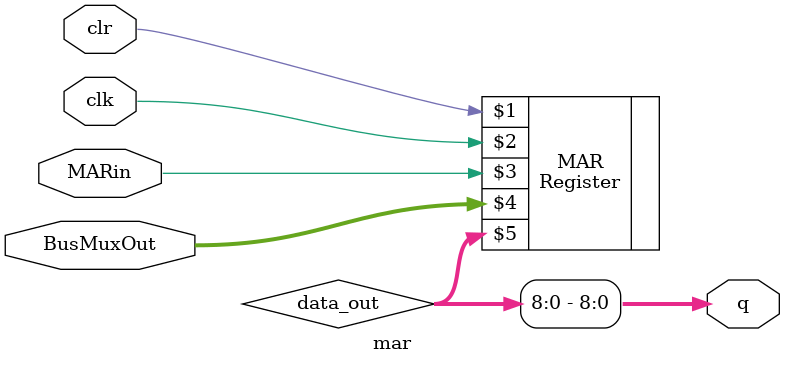
<source format=v>
`timescale 1ns / 1ps

module mar(
	input wire clr, clk, MARin,
	input wire [31:0] BusMuxOut,
	output [8:0] q
);
		
	wire [31:0] data_out;
	Register	MAR(clr, clk, MARin,BusMuxOut, data_out);
	
	assign q = data_out[8:0];
	
endmodule

</source>
